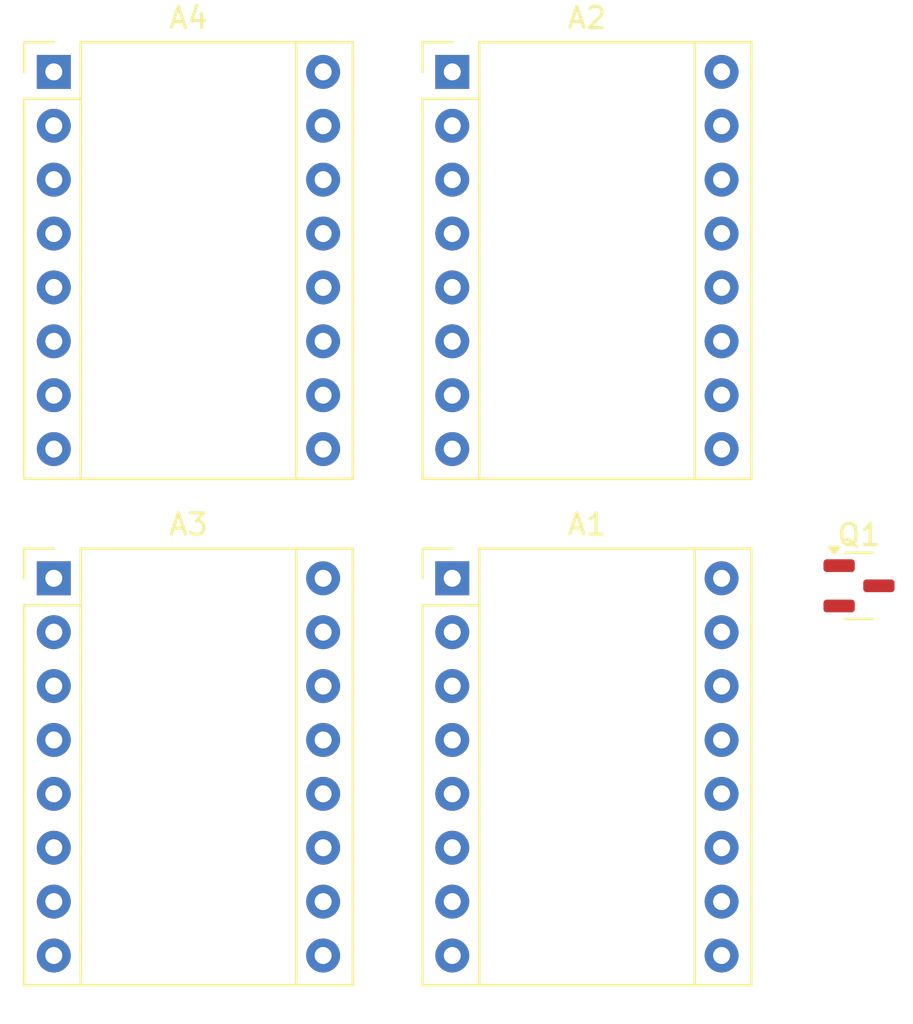
<source format=kicad_pcb>
(kicad_pcb (version 20241229) (generator "pcbnew") (generator_version "9.0")
  (layers (0 "F.Cu" signal) (2 "B.Cu" signal) (13 "F.Paste" user) (15 "B.Paste" user) (5 "F.SilkS" user "F.Silkscreen") (7 "B.SilkS" user "B.Silkscreen") (1 "F.Mask" user) (3 "B.Mask" user) (25 "Edge.Cuts" user))
  (net 0 "")
  (net 1 "GND")
  (net 2 "Net-(A1-~{RESET})")
  (net 3 "/Microcontroller/M3")
  (net 4 "/Microcontroller/M2")
  (net 6 "/Microcontroller/DIR1")
  (net 7 "/Microcontroller/M1")
  (net 8 "/Stepper_Motor_driver/OUT_2")
  (net 9 "/Stepper_Motor_driver/OUT_3")
  (net 10 "/Microcontroller/STP1")
  (net 11 "+12V")
  (net 12 "/Stepper_Motor_driver/OUT_4")
  (net 13 "+3.3V")
  (net 14 "/Stepper_Motor_driver/OUT_1")
  (net 16 "/Microcontroller/DIR2")
  (net 17 "Net-(A2-~{RESET})")
  (net 18 "/Microcontroller/STP2")
  (net 19 "/Stepper_Motor_driver1/OUT_3")
  (net 20 "/Stepper_Motor_driver1/OUT_2")
  (net 21 "/Stepper_Motor_driver1/OUT_1")
  (net 22 "/Stepper_Motor_driver1/OUT_4")
  (net 23 "Net-(A3-~{RESET})")
  (net 24 "/Stepper_Motor_driver2/OUT_2")
  (net 25 "/Microcontroller/DIR3")
  (net 26 "/Stepper_Motor_driver2/OUT_4")
  (net 28 "/Stepper_Motor_driver2/OUT_1")
  (net 29 "/Microcontroller/STP3")
  (net 30 "/Stepper_Motor_driver2/OUT_3")
  (net 31 "Net-(A4-~{RESET})")
  (net 32 "/Stepper_Motor_driver3/OUT_2")
  (net 33 "/Stepper_Motor_driver3/OUT_3")
  (net 34 "/Microcontroller/STP4")
  (net 36 "/Stepper_Motor_driver3/OUT_1")
  (net 37 "/Stepper_Motor_driver3/OUT_4")
  (net 38 "/Microcontroller/DIR4")
  (net 39 "Net-(Q1-B)")
  (net 40 "Net-(Q1-C)")
  (footprint "Module:Pololu_Breakout-16_15.2x20.3mm" (layer "F.Cu") (at 127.3 69.35)
    (property "Reference" "A2" (at 6.35 -2.54 0) (layer "F.SilkS"))
    (property "Value" "Pololu_Breakout_A4988")
    (fp_line (start -1.4 -1.4) (end -1.4 0) (stroke (width 0.12)) (layer "F.SilkS"))
    (fp_line (start -1.4 1.27) (end -1.4 19.18) (stroke (width 0.12)) (layer "F.SilkS"))
    (fp_line (start -1.4 19.18) (end 14.1 19.18) (stroke (width 0.12)) (layer "F.SilkS"))
    (fp_line (start 0 -1.4) (end -1.4 -1.4) (stroke (width 0.12)) (layer "F.SilkS"))
    (fp_line (start 1.27 -1.4) (end 1.27 1.27) (stroke (width 0.12)) (layer "F.SilkS"))
    (fp_line (start 1.27 1.27) (end -1.4 1.27) (stroke (width 0.12)) (layer "F.SilkS"))
    (fp_line (start 1.27 1.27) (end 1.27 19.18) (stroke (width 0.12)) (layer "F.SilkS"))
    (fp_line (start 11.43 -1.4) (end 11.43 19.18) (stroke (width 0.12)) (layer "F.SilkS"))
    (fp_line (start 14.1 -1.4) (end 1.27 -1.4) (stroke (width 0.12)) (layer "F.SilkS"))
    (fp_line (start 14.1 19.18) (end 14.1 -1.4) (stroke (width 0.12)) (layer "F.SilkS"))
    (pad "1" thru_hole rect (at 0 0) (size 1.6 1.6) (drill 0.8) (layers "*.Cu" "*.Mask") (net 1 "GND"))
    (pad "2" thru_hole oval (at 0 2.54) (size 1.6 1.6) (drill 0.8) (layers "*.Cu" "*.Mask") (net 13 "+3.3V"))
    (pad "3" thru_hole oval (at 0 5.08) (size 1.6 1.6) (drill 0.8) (layers "*.Cu" "*.Mask") (net 21 "/Stepper_Motor_driver1/OUT_1"))
    (pad "4" thru_hole oval (at 0 7.62) (size 1.6 1.6) (drill 0.8) (layers "*.Cu" "*.Mask") (net 20 "/Stepper_Motor_driver1/OUT_2"))
    (pad "5" thru_hole oval (at 0 10.16) (size 1.6 1.6) (drill 0.8) (layers "*.Cu" "*.Mask") (net 19 "/Stepper_Motor_driver1/OUT_3"))
    (pad "6" thru_hole oval (at 0 12.7) (size 1.6 1.6) (drill 0.8) (layers "*.Cu" "*.Mask") (net 22 "/Stepper_Motor_driver1/OUT_4"))
    (pad "7" thru_hole oval (at 0 15.24) (size 1.6 1.6) (drill 0.8) (layers "*.Cu" "*.Mask") (net 1 "GND"))
    (pad "8" thru_hole oval (at 0 17.78) (size 1.6 1.6) (drill 0.8) (layers "*.Cu" "*.Mask") (net 11 "+12V"))
    (pad "9" thru_hole oval (at 12.7 17.78) (size 1.6 1.6) (drill 0.8) (layers "*.Cu" "*.Mask"))
    (pad "10" thru_hole oval (at 12.7 15.24) (size 1.6 1.6) (drill 0.8) (layers "*.Cu" "*.Mask") (net 7 "/Microcontroller/M1"))
    (pad "11" thru_hole oval (at 12.7 12.7) (size 1.6 1.6) (drill 0.8) (layers "*.Cu" "*.Mask") (net 4 "/Microcontroller/M2"))
    (pad "12" thru_hole oval (at 12.7 10.16) (size 1.6 1.6) (drill 0.8) (layers "*.Cu" "*.Mask") (net 3 "/Microcontroller/M3"))
    (pad "13" thru_hole oval (at 12.7 7.62) (size 1.6 1.6) (drill 0.8) (layers "*.Cu" "*.Mask") (net 17 "Net-(A2-~{RESET})"))
    (pad "14" thru_hole oval (at 12.7 5.08) (size 1.6 1.6) (drill 0.8) (layers "*.Cu" "*.Mask") (net 17 "Net-(A2-~{RESET})"))
    (pad "15" thru_hole oval (at 12.7 2.54) (size 1.6 1.6) (drill 0.8) (layers "*.Cu" "*.Mask") (net 18 "/Microcontroller/STP2"))
    (pad "16" thru_hole oval (at 12.7 0) (size 1.6 1.6) (drill 0.8) (layers "*.Cu" "*.Mask") (net 16 "/Microcontroller/DIR2"))
  )
  (footprint "Package_TO_SOT_SMD:SOT-23" (layer "F.Cu") (at 146.48 93.575)
    (property "Reference" "Q1" (at 0 -2.4 0) (layer "F.SilkS"))
    (property "Value" "BC817")
    (fp_line (start 0 -1.56) (end -0.65 -1.56) (stroke (width 0.12)) (layer "F.SilkS"))
    (fp_line (start 0 -1.56) (end 0.65 -1.56) (stroke (width 0.12)) (layer "F.SilkS"))
    (fp_line (start 0 1.56) (end -0.65 1.56) (stroke (width 0.12)) (layer "F.SilkS"))
    (fp_line (start 0 1.56) (end 0.65 1.56) (stroke (width 0.12)) (layer "F.SilkS"))
    (fp_poly (pts (xy -1.1625 -1.51) (xy -1.4025 -1.84) (xy -0.9225 -1.84) (xy -1.1625 -1.51)) (stroke (width 0.12)) (fill yes) (layer "F.SilkS"))
    (pad "1" smd roundrect (at -0.9375 -0.95) (size 1.475 0.6) (layers "F.Cu" "F.Mask" "F.Paste") (net 39 "Net-(Q1-B)"))
    (pad "2" smd roundrect (at -0.9375 0.95) (size 1.475 0.6) (layers "F.Cu" "F.Mask" "F.Paste") (net 1 "GND"))
    (pad "3" smd roundrect (at 0.9375 0) (size 1.475 0.6) (layers "F.Cu" "F.Mask" "F.Paste") (net 40 "Net-(Q1-C)"))
  )
  (footprint "Module:Pololu_Breakout-16_15.2x20.3mm" (layer "F.Cu") (at 108.51 93.22)
    (property "Reference" "A3" (at 6.35 -2.54 0) (layer "F.SilkS"))
    (property "Value" "Pololu_Breakout_A4988")
    (fp_line (start -1.4 -1.4) (end -1.4 0) (stroke (width 0.12)) (layer "F.SilkS"))
    (fp_line (start -1.4 1.27) (end -1.4 19.18) (stroke (width 0.12)) (layer "F.SilkS"))
    (fp_line (start -1.4 19.18) (end 14.1 19.18) (stroke (width 0.12)) (layer "F.SilkS"))
    (fp_line (start 0 -1.4) (end -1.4 -1.4) (stroke (width 0.12)) (layer "F.SilkS"))
    (fp_line (start 1.27 -1.4) (end 1.27 1.27) (stroke (width 0.12)) (layer "F.SilkS"))
    (fp_line (start 1.27 1.27) (end -1.4 1.27) (stroke (width 0.12)) (layer "F.SilkS"))
    (fp_line (start 1.27 1.27) (end 1.27 19.18) (stroke (width 0.12)) (layer "F.SilkS"))
    (fp_line (start 11.43 -1.4) (end 11.43 19.18) (stroke (width 0.12)) (layer "F.SilkS"))
    (fp_line (start 14.1 -1.4) (end 1.27 -1.4) (stroke (width 0.12)) (layer "F.SilkS"))
    (fp_line (start 14.1 19.18) (end 14.1 -1.4) (stroke (width 0.12)) (layer "F.SilkS"))
    (pad "1" thru_hole rect (at 0 0) (size 1.6 1.6) (drill 0.8) (layers "*.Cu" "*.Mask") (net 1 "GND"))
    (pad "2" thru_hole oval (at 0 2.54) (size 1.6 1.6) (drill 0.8) (layers "*.Cu" "*.Mask") (net 13 "+3.3V"))
    (pad "3" thru_hole oval (at 0 5.08) (size 1.6 1.6) (drill 0.8) (layers "*.Cu" "*.Mask") (net 28 "/Stepper_Motor_driver2/OUT_1"))
    (pad "4" thru_hole oval (at 0 7.62) (size 1.6 1.6) (drill 0.8) (layers "*.Cu" "*.Mask") (net 24 "/Stepper_Motor_driver2/OUT_2"))
    (pad "5" thru_hole oval (at 0 10.16) (size 1.6 1.6) (drill 0.8) (layers "*.Cu" "*.Mask") (net 30 "/Stepper_Motor_driver2/OUT_3"))
    (pad "6" thru_hole oval (at 0 12.7) (size 1.6 1.6) (drill 0.8) (layers "*.Cu" "*.Mask") (net 26 "/Stepper_Motor_driver2/OUT_4"))
    (pad "7" thru_hole oval (at 0 15.24) (size 1.6 1.6) (drill 0.8) (layers "*.Cu" "*.Mask") (net 1 "GND"))
    (pad "8" thru_hole oval (at 0 17.78) (size 1.6 1.6) (drill 0.8) (layers "*.Cu" "*.Mask") (net 11 "+12V"))
    (pad "9" thru_hole oval (at 12.7 17.78) (size 1.6 1.6) (drill 0.8) (layers "*.Cu" "*.Mask"))
    (pad "10" thru_hole oval (at 12.7 15.24) (size 1.6 1.6) (drill 0.8) (layers "*.Cu" "*.Mask") (net 7 "/Microcontroller/M1"))
    (pad "11" thru_hole oval (at 12.7 12.7) (size 1.6 1.6) (drill 0.8) (layers "*.Cu" "*.Mask") (net 4 "/Microcontroller/M2"))
    (pad "12" thru_hole oval (at 12.7 10.16) (size 1.6 1.6) (drill 0.8) (layers "*.Cu" "*.Mask") (net 3 "/Microcontroller/M3"))
    (pad "13" thru_hole oval (at 12.7 7.62) (size 1.6 1.6) (drill 0.8) (layers "*.Cu" "*.Mask") (net 23 "Net-(A3-~{RESET})"))
    (pad "14" thru_hole oval (at 12.7 5.08) (size 1.6 1.6) (drill 0.8) (layers "*.Cu" "*.Mask") (net 23 "Net-(A3-~{RESET})"))
    (pad "15" thru_hole oval (at 12.7 2.54) (size 1.6 1.6) (drill 0.8) (layers "*.Cu" "*.Mask") (net 29 "/Microcontroller/STP3"))
    (pad "16" thru_hole oval (at 12.7 0) (size 1.6 1.6) (drill 0.8) (layers "*.Cu" "*.Mask") (net 25 "/Microcontroller/DIR3"))
  )
  (footprint "Module:Pololu_Breakout-16_15.2x20.3mm" (layer "F.Cu") (at 108.51 69.35)
    (property "Reference" "A4" (at 6.35 -2.54 0) (layer "F.SilkS"))
    (property "Value" "Pololu_Breakout_A4988")
    (fp_line (start -1.4 -1.4) (end -1.4 0) (stroke (width 0.12)) (layer "F.SilkS"))
    (fp_line (start -1.4 1.27) (end -1.4 19.18) (stroke (width 0.12)) (layer "F.SilkS"))
    (fp_line (start -1.4 19.18) (end 14.1 19.18) (stroke (width 0.12)) (layer "F.SilkS"))
    (fp_line (start 0 -1.4) (end -1.4 -1.4) (stroke (width 0.12)) (layer "F.SilkS"))
    (fp_line (start 1.27 -1.4) (end 1.27 1.27) (stroke (width 0.12)) (layer "F.SilkS"))
    (fp_line (start 1.27 1.27) (end -1.4 1.27) (stroke (width 0.12)) (layer "F.SilkS"))
    (fp_line (start 1.27 1.27) (end 1.27 19.18) (stroke (width 0.12)) (layer "F.SilkS"))
    (fp_line (start 11.43 -1.4) (end 11.43 19.18) (stroke (width 0.12)) (layer "F.SilkS"))
    (fp_line (start 14.1 -1.4) (end 1.27 -1.4) (stroke (width 0.12)) (layer "F.SilkS"))
    (fp_line (start 14.1 19.18) (end 14.1 -1.4) (stroke (width 0.12)) (layer "F.SilkS"))
    (pad "1" thru_hole rect (at 0 0) (size 1.6 1.6) (drill 0.8) (layers "*.Cu" "*.Mask") (net 1 "GND"))
    (pad "2" thru_hole oval (at 0 2.54) (size 1.6 1.6) (drill 0.8) (layers "*.Cu" "*.Mask") (net 13 "+3.3V"))
    (pad "3" thru_hole oval (at 0 5.08) (size 1.6 1.6) (drill 0.8) (layers "*.Cu" "*.Mask") (net 36 "/Stepper_Motor_driver3/OUT_1"))
    (pad "4" thru_hole oval (at 0 7.62) (size 1.6 1.6) (drill 0.8) (layers "*.Cu" "*.Mask") (net 32 "/Stepper_Motor_driver3/OUT_2"))
    (pad "5" thru_hole oval (at 0 10.16) (size 1.6 1.6) (drill 0.8) (layers "*.Cu" "*.Mask") (net 33 "/Stepper_Motor_driver3/OUT_3"))
    (pad "6" thru_hole oval (at 0 12.7) (size 1.6 1.6) (drill 0.8) (layers "*.Cu" "*.Mask") (net 37 "/Stepper_Motor_driver3/OUT_4"))
    (pad "7" thru_hole oval (at 0 15.24) (size 1.6 1.6) (drill 0.8) (layers "*.Cu" "*.Mask") (net 1 "GND"))
    (pad "8" thru_hole oval (at 0 17.78) (size 1.6 1.6) (drill 0.8) (layers "*.Cu" "*.Mask") (net 11 "+12V"))
    (pad "9" thru_hole oval (at 12.7 17.78) (size 1.6 1.6) (drill 0.8) (layers "*.Cu" "*.Mask"))
    (pad "10" thru_hole oval (at 12.7 15.24) (size 1.6 1.6) (drill 0.8) (layers "*.Cu" "*.Mask") (net 7 "/Microcontroller/M1"))
    (pad "11" thru_hole oval (at 12.7 12.7) (size 1.6 1.6) (drill 0.8) (layers "*.Cu" "*.Mask") (net 4 "/Microcontroller/M2"))
    (pad "12" thru_hole oval (at 12.7 10.16) (size 1.6 1.6) (drill 0.8) (layers "*.Cu" "*.Mask") (net 3 "/Microcontroller/M3"))
    (pad "13" thru_hole oval (at 12.7 7.62) (size 1.6 1.6) (drill 0.8) (layers "*.Cu" "*.Mask") (net 31 "Net-(A4-~{RESET})"))
    (pad "14" thru_hole oval (at 12.7 5.08) (size 1.6 1.6) (drill 0.8) (layers "*.Cu" "*.Mask") (net 31 "Net-(A4-~{RESET})"))
    (pad "15" thru_hole oval (at 12.7 2.54) (size 1.6 1.6) (drill 0.8) (layers "*.Cu" "*.Mask") (net 34 "/Microcontroller/STP4"))
    (pad "16" thru_hole oval (at 12.7 0) (size 1.6 1.6) (drill 0.8) (layers "*.Cu" "*.Mask") (net 38 "/Microcontroller/DIR4"))
  )
  (footprint "Module:Pololu_Breakout-16_15.2x20.3mm" (layer "F.Cu") (at 127.3 93.22)
    (property "Reference" "A1" (at 6.35 -2.54 0) (layer "F.SilkS"))
    (property "Value" "Pololu_Breakout_A4988")
    (fp_line (start -1.4 -1.4) (end -1.4 0) (stroke (width 0.12)) (layer "F.SilkS"))
    (fp_line (start -1.4 1.27) (end -1.4 19.18) (stroke (width 0.12)) (layer "F.SilkS"))
    (fp_line (start -1.4 19.18) (end 14.1 19.18) (stroke (width 0.12)) (layer "F.SilkS"))
    (fp_line (start 0 -1.4) (end -1.4 -1.4) (stroke (width 0.12)) (layer "F.SilkS"))
    (fp_line (start 1.27 -1.4) (end 1.27 1.27) (stroke (width 0.12)) (layer "F.SilkS"))
    (fp_line (start 1.27 1.27) (end -1.4 1.27) (stroke (width 0.12)) (layer "F.SilkS"))
    (fp_line (start 1.27 1.27) (end 1.27 19.18) (stroke (width 0.12)) (layer "F.SilkS"))
    (fp_line (start 11.43 -1.4) (end 11.43 19.18) (stroke (width 0.12)) (layer "F.SilkS"))
    (fp_line (start 14.1 -1.4) (end 1.27 -1.4) (stroke (width 0.12)) (layer "F.SilkS"))
    (fp_line (start 14.1 19.18) (end 14.1 -1.4) (stroke (width 0.12)) (layer "F.SilkS"))
    (pad "1" thru_hole rect (at 0 0) (size 1.6 1.6) (drill 0.8) (layers "*.Cu" "*.Mask") (net 1 "GND"))
    (pad "2" thru_hole oval (at 0 2.54) (size 1.6 1.6) (drill 0.8) (layers "*.Cu" "*.Mask") (net 13 "+3.3V"))
    (pad "3" thru_hole oval (at 0 5.08) (size 1.6 1.6) (drill 0.8) (layers "*.Cu" "*.Mask") (net 14 "/Stepper_Motor_driver/OUT_1"))
    (pad "4" thru_hole oval (at 0 7.62) (size 1.6 1.6) (drill 0.8) (layers "*.Cu" "*.Mask") (net 8 "/Stepper_Motor_driver/OUT_2"))
    (pad "5" thru_hole oval (at 0 10.16) (size 1.6 1.6) (drill 0.8) (layers "*.Cu" "*.Mask") (net 9 "/Stepper_Motor_driver/OUT_3"))
    (pad "6" thru_hole oval (at 0 12.7) (size 1.6 1.6) (drill 0.8) (layers "*.Cu" "*.Mask") (net 12 "/Stepper_Motor_driver/OUT_4"))
    (pad "7" thru_hole oval (at 0 15.24) (size 1.6 1.6) (drill 0.8) (layers "*.Cu" "*.Mask") (net 1 "GND"))
    (pad "8" thru_hole oval (at 0 17.78) (size 1.6 1.6) (drill 0.8) (layers "*.Cu" "*.Mask") (net 11 "+12V"))
    (pad "9" thru_hole oval (at 12.7 17.78) (size 1.6 1.6) (drill 0.8) (layers "*.Cu" "*.Mask"))
    (pad "10" thru_hole oval (at 12.7 15.24) (size 1.6 1.6) (drill 0.8) (layers "*.Cu" "*.Mask") (net 7 "/Microcontroller/M1"))
    (pad "11" thru_hole oval (at 12.7 12.7) (size 1.6 1.6) (drill 0.8) (layers "*.Cu" "*.Mask") (net 4 "/Microcontroller/M2"))
    (pad "12" thru_hole oval (at 12.7 10.16) (size 1.6 1.6) (drill 0.8) (layers "*.Cu" "*.Mask") (net 3 "/Microcontroller/M3"))
    (pad "13" thru_hole oval (at 12.7 7.62) (size 1.6 1.6) (drill 0.8) (layers "*.Cu" "*.Mask") (net 2 "Net-(A1-~{RESET})"))
    (pad "14" thru_hole oval (at 12.7 5.08) (size 1.6 1.6) (drill 0.8) (layers "*.Cu" "*.Mask") (net 2 "Net-(A1-~{RESET})"))
    (pad "15" thru_hole oval (at 12.7 2.54) (size 1.6 1.6) (drill 0.8) (layers "*.Cu" "*.Mask") (net 10 "/Microcontroller/STP1"))
    (pad "16" thru_hole oval (at 12.7 0) (size 1.6 1.6) (drill 0.8) (layers "*.Cu" "*.Mask") (net 6 "/Microcontroller/DIR1"))
  )
)
</source>
